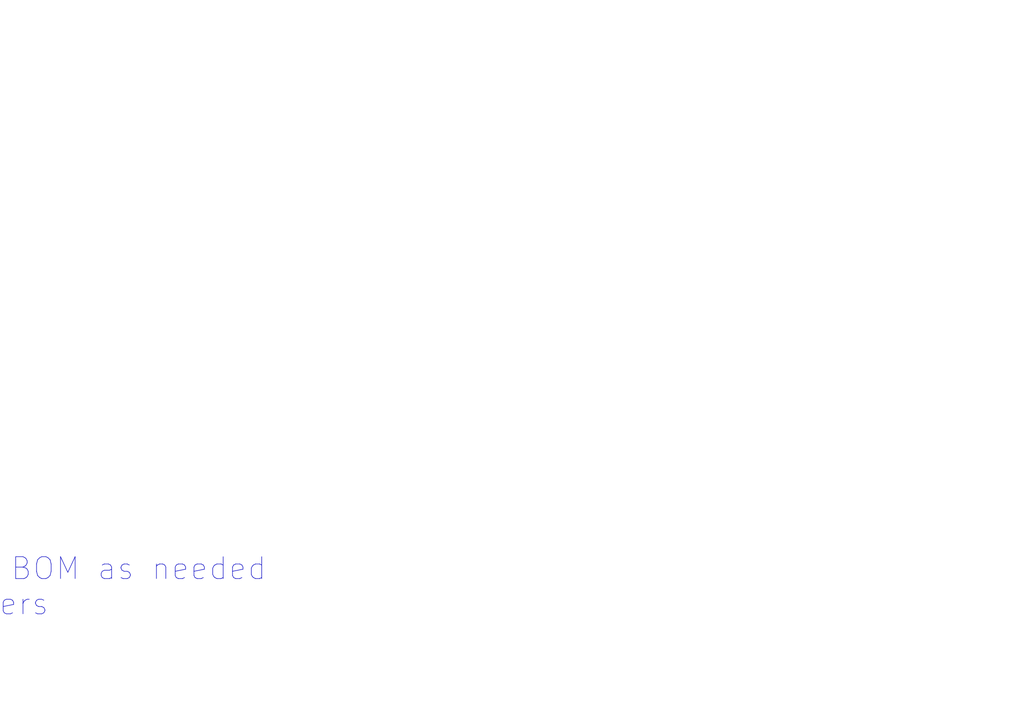
<source format=kicad_sch>
(kicad_sch (version 20211123) (generator eeschema)
  (paper "A4")
  (lib_symbols
    (symbol "clarinoid2:Placeholder" (in_bom no)
      (property "Reference" "U" (at 0 0 0))
      (property "Value" "Placeholder" (at 0 -1.27 0))
      (symbol "Placeholder_0_1"
        (rectangle (start -8.89 2.54) (end 8.89 -5.08) (fill (type background)))
      )
    )
  )
  (text "todo:\nx length match\nx silkscreen, drc, erc\nx switch footprints\nx exclude backside headers from BOM as needed\n- JLCPCB part numbers for headers\n" (at -163.068 179.07 0) (effects (font (size 6.35 6.35)) (justify left bottom)))
  (symbol (lib_id "clarinoid2:Placeholder") (at -135.636 71.374 0) (unit 1) (in_bom no)
    (property "Reference" "U53" (at -125.984 71.3739 0) (effects (justify left)))
    (property "Value" "mb1" (at -125.984 73.9139 0) (effects (justify left)))
    (property "Footprint" "clarinoid2:mouse-bite-2mm-slot" (effects hide))
    (property "verif" "1" (effects hide))
  )
  (symbol (lib_id "clarinoid2:Placeholder") (at -132.08 57.404 0) (unit 1) (in_bom no)
    (property "Reference" "U55" (at -122.428 57.4039 0) (effects (justify left)))
    (property "Value" "mb1" (at -122.428 59.9439 0) (effects (justify left)))
    (property "Footprint" "clarinoid2:mouse-bite-2mm-slot" (effects hide))
    (property "verif" "1" (effects hide))
  )
  (symbol (lib_id "clarinoid2:Placeholder") (at -44.196 73.152 0) (unit 1) (in_bom no)
    (property "Reference" "U65" (at -34.544 73.1519 0) (effects (justify left)))
    (property "Value" "mb1" (at -34.544 75.6919 0) (effects (justify left)))
    (property "Footprint" "clarinoid2:mouse-bite-2mm-slot" (effects hide))
    (property "verif" "1" (effects hide))
  )
  (symbol (lib_id "clarinoid2:Placeholder") (at -165.608 73.406 0) (unit 1) (in_bom no)
    (property "Reference" "U49" (at -155.956 73.4059 0) (effects (justify left)))
    (property "Value" "mb1" (at -155.956 75.9459 0) (effects (justify left)))
    (property "Footprint" "clarinoid2:mouse-bite-2mm-slot" (effects hide))
    (property "verif" "1" (effects hide))
  )
  (symbol (lib_id "clarinoid2:Placeholder") (at -106.68 97.028 0) (unit 1) (in_bom no)
    (property "Reference" "U56" (at -97.028 97.0279 0) (effects (justify left)))
    (property "Value" "mb1" (at -97.028 99.5679 0) (effects (justify left)))
    (property "Footprint" "clarinoid2:mouse-bite-2mm-slot" (effects hide))
    (property "verif" "1" (effects hide))
  )
  (symbol (lib_id "clarinoid2:Placeholder") (at -164.846 86.868 0) (unit 1) (in_bom no)
    (property "Reference" "U50" (at -155.194 86.8679 0) (effects (justify left)))
    (property "Value" "mb1" (at -155.194 89.4079 0) (effects (justify left)))
    (property "Footprint" "clarinoid2:mouse-bite-2mm-slot" (effects hide))
    (property "verif" "1" (effects hide))
  )
  (symbol (lib_id "clarinoid2:Placeholder") (at -136.144 98.044 0) (unit 1) (in_bom no)
    (property "Reference" "U52" (at -126.492 98.0439 0) (effects (justify left)))
    (property "Value" "mb1" (at -126.492 100.5839 0) (effects (justify left)))
    (property "Footprint" "clarinoid2:mouse-bite-2mm-slot" (effects hide))
    (property "verif" "1" (effects hide))
  )
  (symbol (lib_id "clarinoid2:Placeholder") (at -76.454 98.552 0) (unit 1) (in_bom no)
    (property "Reference" "U60" (at -66.802 98.5519 0) (effects (justify left)))
    (property "Value" "mb1" (at -66.802 101.0919 0) (effects (justify left)))
    (property "Footprint" "clarinoid2:mouse-bite-2mm-slot" (effects hide))
    (property "verif" "1" (effects hide))
  )
  (sheet (at 351.536 144.526) (size 12.7 3.81) (stroke (width 0.1524))
    (property "Sheet name" "captouch_mpr121" (at 351.536 143.8144 0) (effects (justify left bottom)))
    (property "Sheet file" "captouch_mpr121.kicad_sch" (at 351.536 148.9206 0) (effects (justify left top)))
  )
  (sheet (at 203.708 -51.562) (size 12.7 3.81) (stroke (width 0.1524))
    (property "Sheet name" "processor_t4" (at 203.708 -52.2736 0) (effects (justify left bottom)))
    (property "Sheet file" "processor_t4.kicad_sch" (at 203.708 -47.1674 0) (effects (justify left top)))
  )
  (sheet (at -152.908 -69.342) (size 12.7 3.81) (stroke (width 0.1524))
    (property "Sheet name" "power_battery" (at -152.908 -70.0536 0) (effects (justify left bottom)))
    (property "Sheet file" "power_battery.kicad_sch" (at -152.908 -64.9474 0) (effects (justify left top)))
  )
  (sheet (at 203.454 -64.77) (size 12.7 3.81) (stroke (width 0.1524))
    (property "Sheet name" "processor_mm" (at 203.454 -65.4816 0) (effects (justify left bottom)))
    (property "Sheet file" "processor_mm.kicad_sch" (at 203.454 -60.3754 0) (effects (justify left top)))
  )
  (sheet (at 355.092 163.83) (size 12.7 3.81) (stroke (width 0.1524))
    (property "Sheet name" "captouch_capsense" (at 355.092 163.1184 0) (effects (justify left bottom)))
    (property "Sheet file" "captouch_capsense.kicad_sch" (at 355.092 168.2246 0) (effects (justify left top)))
  )
)
</source>
